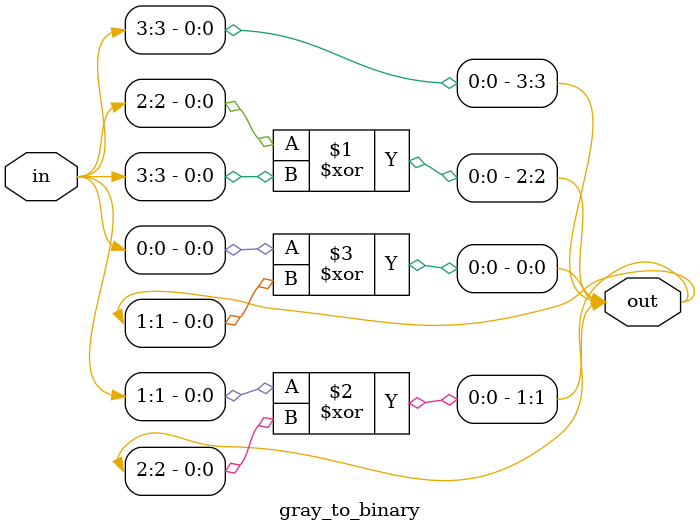
<source format=v>

module gray_to_binary(output [3:0]out,input [3:0]in);
  assign out [3] = in[3];
  assign out [2] = in[2]^out[3];
  assign out [1] = in[1]^out[2];
  assign out [0] = in[0]^out[1];
endmodule

</source>
